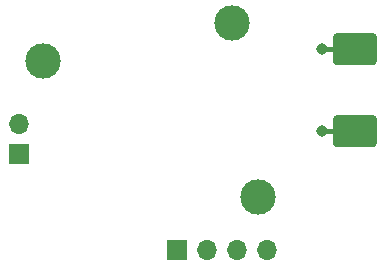
<source format=gbr>
%TF.GenerationSoftware,KiCad,Pcbnew,9.0.0*%
%TF.CreationDate,2025-03-07T11:14:36+01:00*%
%TF.ProjectId,PCB_rigide,5043425f-7269-4676-9964-652e6b696361,rev?*%
%TF.SameCoordinates,Original*%
%TF.FileFunction,Copper,L2,Bot*%
%TF.FilePolarity,Positive*%
%FSLAX46Y46*%
G04 Gerber Fmt 4.6, Leading zero omitted, Abs format (unit mm)*
G04 Created by KiCad (PCBNEW 9.0.0) date 2025-03-07 11:14:36*
%MOMM*%
%LPD*%
G01*
G04 APERTURE LIST*
G04 Aperture macros list*
%AMRoundRect*
0 Rectangle with rounded corners*
0 $1 Rounding radius*
0 $2 $3 $4 $5 $6 $7 $8 $9 X,Y pos of 4 corners*
0 Add a 4 corners polygon primitive as box body*
4,1,4,$2,$3,$4,$5,$6,$7,$8,$9,$2,$3,0*
0 Add four circle primitives for the rounded corners*
1,1,$1+$1,$2,$3*
1,1,$1+$1,$4,$5*
1,1,$1+$1,$6,$7*
1,1,$1+$1,$8,$9*
0 Add four rect primitives between the rounded corners*
20,1,$1+$1,$2,$3,$4,$5,0*
20,1,$1+$1,$4,$5,$6,$7,0*
20,1,$1+$1,$6,$7,$8,$9,0*
20,1,$1+$1,$8,$9,$2,$3,0*%
G04 Aperture macros list end*
%TA.AperFunction,EtchedComponent*%
%ADD10C,0.460000*%
%TD*%
%TA.AperFunction,ComponentPad*%
%ADD11C,0.970000*%
%TD*%
%TA.AperFunction,SMDPad,CuDef*%
%ADD12RoundRect,0.250000X-1.595000X-1.082500X1.595000X-1.082500X1.595000X1.082500X-1.595000X1.082500X0*%
%TD*%
%TA.AperFunction,ComponentPad*%
%ADD13C,3.000000*%
%TD*%
%TA.AperFunction,ComponentPad*%
%ADD14R,1.700000X1.700000*%
%TD*%
%TA.AperFunction,ComponentPad*%
%ADD15O,1.700000X1.700000*%
%TD*%
G04 APERTURE END LIST*
D10*
%TO.C,J6*%
X110050000Y-34417000D02*
X107315000Y-34417000D01*
X110050000Y-41402000D02*
X107315000Y-41402000D01*
%TD*%
D11*
%TO.P,J6,2,Ext*%
%TO.N,GND*%
X107315000Y-34417000D03*
X107315000Y-41402000D03*
D12*
X110050000Y-34417000D03*
X110050000Y-41402000D03*
%TD*%
D13*
%TO.P,J3,1,Pin_1*%
%TO.N,XO_N*%
X83693000Y-35433000D03*
%TD*%
D14*
%TO.P,J1,1,Pin_1*%
%TO.N,VCC*%
X81661000Y-43307000D03*
D15*
%TO.P,J1,2,Pin_2*%
%TO.N,GND*%
X81661000Y-40767000D03*
%TD*%
D13*
%TO.P,J5,1,Pin_1*%
%TO.N,I2C_SDA*%
X99695000Y-32258000D03*
%TD*%
%TO.P,J4,1,Pin_1*%
%TO.N,I2C_SCL*%
X101854000Y-46990000D03*
%TD*%
D14*
%TO.P,J2,1,Pin_1*%
%TO.N,VCC*%
X94996000Y-51409600D03*
D15*
%TO.P,J2,2,Pin_2*%
%TO.N,UART_RX*%
X97536000Y-51409600D03*
%TO.P,J2,3,Pin_3*%
%TO.N,UART_TX*%
X100076000Y-51409600D03*
%TO.P,J2,4,Pin_4*%
%TO.N,GND*%
X102616000Y-51409600D03*
%TD*%
M02*

</source>
